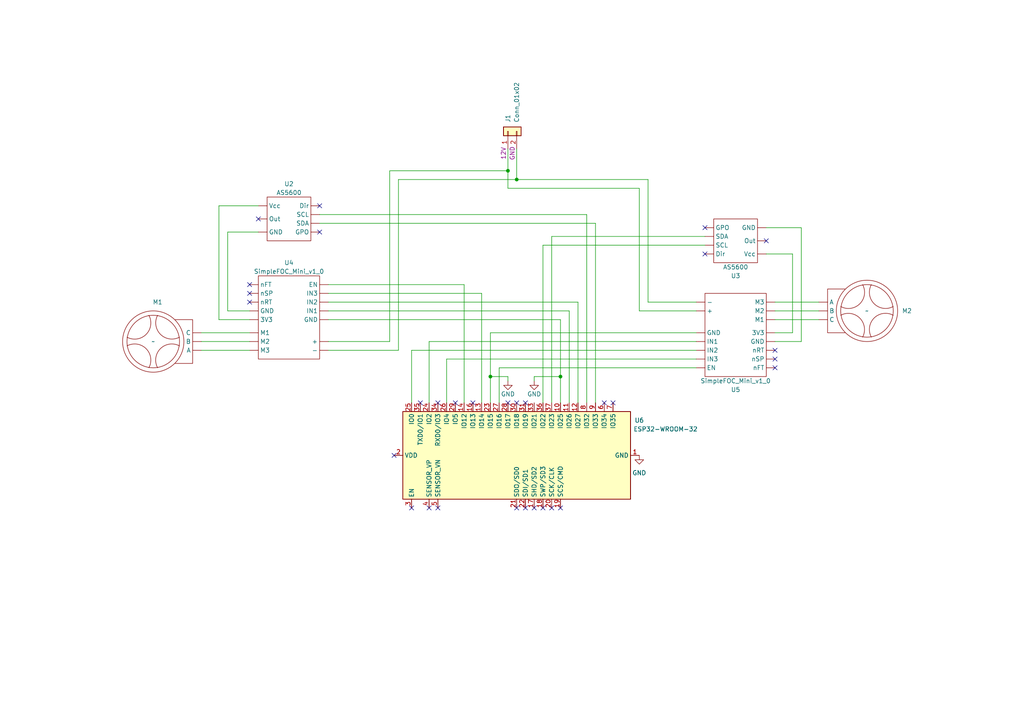
<source format=kicad_sch>
(kicad_sch (version 20230121) (generator eeschema)
  (paper "A4")
  (title_block (title "2DOF drawing bot") (date "2024-10-22") (rev "1.0") (company "ATARI Lab, TU München") (comment 1 "Author: Leon Schaller"))
  (lib_symbols
    (symbol "Connector_Generic:Conn_01x02" (pin_names (offset 1.016) hide)
      (property "Reference" "J" (at 0 2.54 0))
      (property "Value" "Conn_01x02" (at 0 -5.08 0))
      (symbol "Conn_01x02_1_1"
        (rectangle (start -1.27 -2.413) (end 0 -2.667) (stroke (width 0.1524)))
        (rectangle (start -1.27 0.127) (end 0 -0.127) (stroke (width 0.1524)))
        (rectangle (start -1.27 1.27) (end 1.27 -3.81) (stroke (width 0.254)) (fill (type background)))
        (pin passive line (at -5.08 0 0) (length 3.81) (name "Pin_1") (number "1"))
        (pin passive line (at -5.08 -2.54 0) (length 3.81) (name "Pin_2") (number "2"))
      )
    )
    (symbol "Driver_Motor:SimpleFOC_Mini_v1_0"
      (property "Reference" "U" (at 0 2.54 0))
      (symbol "SimpleFOC_Mini_v1_0_0_1"
        (rectangle (start -7.62 0) (end 10.16 -24.13))
      )
      (symbol "SimpleFOC_Mini_v1_0_1_1"
        (pin power_in line (at 12.7 -19.05 180) (length 2.54) (name "+") (number ""))
        (pin power_in line (at 12.7 -21.59 180) (length 2.54) (name "-") (number ""))
        (pin power_out line (at -10.16 -12.7 0) (length 2.54) (name "3V3") (number ""))
        (pin input line (at 12.7 -2.54 180) (length 2.54) (name "EN") (number ""))
        (pin power_out line (at -10.16 -10.16 0) (length 2.54) (name "GND") (number ""))
        (pin power_in line (at 12.7 -12.7 180) (length 2.54) (name "GND") (number ""))
        (pin input line (at 12.7 -10.16 180) (length 2.54) (name "IN1") (number ""))
        (pin input line (at 12.7 -7.62 180) (length 2.54) (name "IN2") (number ""))
        (pin input line (at 12.7 -5.08 180) (length 2.54) (name "IN3") (number ""))
        (pin output line (at -10.16 -16.51 0) (length 2.54) (name "M1") (number ""))
        (pin output line (at -10.16 -19.05 0) (length 2.54) (name "M2") (number ""))
        (pin output line (at -10.16 -21.59 0) (length 2.54) (name "M3") (number ""))
        (pin output line (at -10.16 -2.54 0) (length 2.54) (name "nFT") (number ""))
        (pin input line (at -10.16 -7.62 0) (length 2.54) (name "nRT") (number ""))
        (pin input line (at -10.16 -5.08 0) (length 2.54) (name "nSP") (number ""))
      )
    )
    (symbol "Motor:BLDC_motor"
      (property "Reference" "M" (at 0 10.16 0))
      (symbol "BLDC_motor_0_1"
        (arc (start -7.62 1.27) (mid -2.0738 2.0738) (end -1.27 7.62))
        (arc (start -1.27 -7.62) (mid -2.0723 -2.0723) (end -7.62 -1.27))
        (polyline (pts (xy 6.35 -6.35) (xy 6.35 -11.43) (xy -6.35 -11.43) (xy -6.35 -6.35)))
        (circle (center 0 0) (radius 7.62))
        (circle (center 0 0) (radius 8.89))
        (arc (start 1.27 7.62) (mid 2.0734 2.0734) (end 7.62 1.27))
        (arc (start 7.62 -1.27) (mid 2.0929 -2.0929) (end 1.27 -7.62))
      )
      (symbol "BLDC_motor_1_1"
        (pin passive line (at -2.54 -13.97 90) (length 2.54) (name "A") (number ""))
        (pin passive line (at 0 -13.97 90) (length 2.54) (name "B") (number ""))
        (pin passive line (at 2.54 -13.97 90) (length 2.54) (name "C") (number ""))
      )
    )
    (symbol "RF_Module:ESP32-WROOM-32"
      (property "Reference" "U" (at -12.7 34.29 0))
      (property "Value" "ESP32-WROOM-32" (at 1.27 34.29 0))
      (symbol "ESP32-WROOM-32_0_1"
        (rectangle (start -12.7 33.02) (end 12.7 -33.02) (stroke (width 0.254)) (fill (type background)))
      )
      (symbol "ESP32-WROOM-32_1_1"
        (pin power_in line (at 0 -35.56 90) (length 2.54) (name "GND") (number "1"))
        (pin bidirectional line (at 15.24 -12.7 180) (length 2.54) (name "IO25") (number "10"))
        (pin bidirectional line (at 15.24 -15.24 180) (length 2.54) (name "IO26") (number "11"))
        (pin bidirectional line (at 15.24 -17.78 180) (length 2.54) (name "IO27") (number "12"))
        (pin bidirectional line (at 15.24 10.16 180) (length 2.54) (name "IO14") (number "13"))
        (pin bidirectional line (at 15.24 15.24 180) (length 2.54) (name "IO12") (number "14"))
        (pin passive line (at 0 -35.56 90) (length 2.54) hide (name "GND") (number "15"))
        (pin bidirectional line (at 15.24 12.7 180) (length 2.54) (name "IO13") (number "16"))
        (pin bidirectional line (at -15.24 -5.08 0) (length 2.54) (name "SHD/SD2") (number "17"))
        (pin bidirectional line (at -15.24 -7.62 0) (length 2.54) (name "SWP/SD3") (number "18"))
        (pin bidirectional line (at -15.24 -12.7 0) (length 2.54) (name "SCS/CMD") (number "19"))
        (pin power_in line (at 0 35.56 270) (length 2.54) (name "VDD") (number "2"))
        (pin bidirectional line (at -15.24 -10.16 0) (length 2.54) (name "SCK/CLK") (number "20"))
        (pin bidirectional line (at -15.24 0 0) (length 2.54) (name "SDO/SD0") (number "21"))
        (pin bidirectional line (at -15.24 -2.54 0) (length 2.54) (name "SDI/SD1") (number "22"))
        (pin bidirectional line (at 15.24 7.62 180) (length 2.54) (name "IO15") (number "23"))
        (pin bidirectional line (at 15.24 25.4 180) (length 2.54) (name "IO2") (number "24"))
        (pin bidirectional line (at 15.24 30.48 180) (length 2.54) (name "IO0") (number "25"))
        (pin bidirectional line (at 15.24 20.32 180) (length 2.54) (name "IO4") (number "26"))
        (pin bidirectional line (at 15.24 5.08 180) (length 2.54) (name "IO16") (number "27"))
        (pin bidirectional line (at 15.24 2.54 180) (length 2.54) (name "IO17") (number "28"))
        (pin bidirectional line (at 15.24 17.78 180) (length 2.54) (name "IO5") (number "29"))
        (pin input line (at -15.24 30.48 0) (length 2.54) (name "EN") (number "3"))
        (pin bidirectional line (at 15.24 0 180) (length 2.54) (name "IO18") (number "30"))
        (pin bidirectional line (at 15.24 -2.54 180) (length 2.54) (name "IO19") (number "31"))
        (pin no_connect line (at -12.7 -27.94 0) (length 2.54) hide (name "NC") (number "32"))
        (pin bidirectional line (at 15.24 -5.08 180) (length 2.54) (name "IO21") (number "33"))
        (pin bidirectional line (at 15.24 22.86 180) (length 2.54) (name "RXD0/IO3") (number "34"))
        (pin bidirectional line (at 15.24 27.94 180) (length 2.54) (name "TXD0/IO1") (number "35"))
        (pin bidirectional line (at 15.24 -7.62 180) (length 2.54) (name "IO22") (number "36"))
        (pin bidirectional line (at 15.24 -10.16 180) (length 2.54) (name "IO23") (number "37"))
        (pin passive line (at 0 -35.56 90) (length 2.54) hide (name "GND") (number "38"))
        (pin passive line (at 0 -35.56 90) (length 2.54) hide (name "GND") (number "39"))
        (pin input line (at -15.24 25.4 0) (length 2.54) (name "SENSOR_VP") (number "4"))
        (pin input line (at -15.24 22.86 0) (length 2.54) (name "SENSOR_VN") (number "5"))
        (pin input line (at 15.24 -25.4 180) (length 2.54) (name "IO34") (number "6"))
        (pin input line (at 15.24 -27.94 180) (length 2.54) (name "IO35") (number "7"))
        (pin bidirectional line (at 15.24 -20.32 180) (length 2.54) (name "IO32") (number "8"))
        (pin bidirectional line (at 15.24 -22.86 180) (length 2.54) (name "IO33") (number "9"))
      )
    )
    (symbol "Sensor_Magnetic:AS5600_Module"
      (property "Reference" "U" (at 0 6.35 0))
      (symbol "AS5600_Module_0_1"
        (rectangle (start -6.35 5.08) (end 6.35 -7.62))
      )
      (symbol "AS5600_Module_1_1"
        (pin passive line (at 8.89 2.54 180) (length 2.54) (name "Dir") (number ""))
        (pin power_in line (at -8.89 -5.08 0) (length 2.54) (name "GND") (number ""))
        (pin passive line (at 8.89 -5.08 180) (length 2.54) (name "GPO") (number ""))
        (pin passive line (at -8.89 -1.27 0) (length 2.54) (name "Out") (number ""))
        (pin passive line (at 8.89 0 180) (length 2.54) (name "SCL") (number ""))
        (pin passive line (at 8.89 -2.54 180) (length 2.54) (name "SDA") (number ""))
        (pin power_in line (at -8.89 2.54 0) (length 2.54) (name "Vcc") (number ""))
      )
    )
    (symbol "power:GND" (power) (pin_names (offset 0))
      (property "Value" "GND" (at 0 -3.81 0))
      (symbol "GND_0_1"
        (polyline (pts (xy 0 0) (xy 0 -1.27) (xy 1.27 -1.27) (xy 0 -2.54) (xy -1.27 -1.27) (xy 0 -1.27)))
      )
      (symbol "GND_1_1"
        (pin power_in line (at 0 0 270) (length 0) hide (name "GND") (number "1"))
      )
    )
  )
  (junction (at 147.32 49.53))
  (junction (at 142.24 109.22))
  (junction (at 162.56 109.22))
  (junction (at 149.86 52.07))
  (no_connect (at 152.4 147.32))
  (no_connect (at 147.32 116.84))
  (no_connect (at 162.56 147.32))
  (no_connect (at 132.08 116.84))
  (no_connect (at 224.79 104.14))
  (no_connect (at 177.8 116.84))
  (no_connect (at 149.86 147.32))
  (no_connect (at 74.93 63.5))
  (no_connect (at 72.39 85.09))
  (no_connect (at 204.47 73.66))
  (no_connect (at 127 116.84))
  (no_connect (at 224.79 101.6))
  (no_connect (at 149.86 116.84))
  (no_connect (at 204.47 66.04))
  (no_connect (at 92.71 67.31))
  (no_connect (at 175.26 116.84))
  (no_connect (at 224.79 106.68))
  (no_connect (at 121.92 116.84))
  (no_connect (at 114.3 132.08))
  (no_connect (at 160.02 147.32))
  (no_connect (at 72.39 82.55))
  (no_connect (at 124.46 147.32))
  (no_connect (at 222.25 69.85))
  (no_connect (at 72.39 87.63))
  (no_connect (at 152.4 116.84))
  (no_connect (at 154.94 147.32))
  (no_connect (at 127 147.32))
  (no_connect (at 137.16 116.84))
  (no_connect (at 157.48 147.32))
  (no_connect (at 92.71 59.69))
  (no_connect (at 119.38 147.32))
  (wire (pts (xy 172.72 64.77) (xy 172.72 116.84)))
  (wire (pts (xy 142.24 96.52) (xy 201.93 96.52)))
  (wire (pts (xy 58.42 99.06) (xy 72.39 99.06)))
  (wire (pts (xy 201.93 87.63) (xy 187.96 87.63)))
  (wire (pts (xy 134.62 82.55) (xy 95.25 82.55)))
  (wire (pts (xy 232.41 99.06) (xy 224.79 99.06)))
  (wire (pts (xy 204.47 68.58) (xy 160.02 68.58)))
  (wire (pts (xy 204.47 71.12) (xy 157.48 71.12)))
  (wire (pts (xy 187.96 52.07) (xy 149.86 52.07)))
  (wire (pts (xy 222.25 66.04) (xy 232.41 66.04)))
  (wire (pts (xy 162.56 109.22) (xy 162.56 116.84)))
  (wire (pts (xy 224.79 92.71) (xy 237.49 92.71)))
  (wire (pts (xy 134.62 116.84) (xy 134.62 82.55)))
  (wire (pts (xy 58.42 96.52) (xy 72.39 96.52)))
  (wire (pts (xy 229.87 73.66) (xy 222.25 73.66)))
  (wire (pts (xy 167.64 87.63) (xy 95.25 87.63)))
  (wire (pts (xy 139.7 85.09) (xy 95.25 85.09)))
  (wire (pts (xy 160.02 68.58) (xy 160.02 116.84)))
  (wire (pts (xy 142.24 109.22) (xy 142.24 116.84)))
  (wire (pts (xy 144.78 106.68) (xy 201.93 106.68)))
  (wire (pts (xy 139.7 116.84) (xy 139.7 85.09)))
  (wire (pts (xy 115.57 101.6) (xy 115.57 52.07)))
  (wire (pts (xy 144.78 116.84) (xy 144.78 106.68)))
  (wire (pts (xy 157.48 71.12) (xy 157.48 116.84)))
  (wire (pts (xy 115.57 52.07) (xy 149.86 52.07)))
  (wire (pts (xy 63.5 59.69) (xy 63.5 92.71)))
  (wire (pts (xy 165.1 90.17) (xy 95.25 90.17)))
  (wire (pts (xy 119.38 101.6) (xy 201.93 101.6)))
  (wire (pts (xy 154.94 109.22) (xy 162.56 109.22)))
  (wire (pts (xy 92.71 62.23) (xy 170.18 62.23)))
  (wire (pts (xy 185.42 90.17) (xy 185.42 54.61)))
  (wire (pts (xy 74.93 59.69) (xy 63.5 59.69)))
  (wire (pts (xy 142.24 96.52) (xy 142.24 109.22)))
  (wire (pts (xy 58.42 101.6) (xy 72.39 101.6)))
  (wire (pts (xy 95.25 101.6) (xy 115.57 101.6)))
  (wire (pts (xy 149.86 52.07) (xy 149.86 43.18)))
  (wire (pts (xy 113.03 49.53) (xy 147.32 49.53)))
  (wire (pts (xy 147.32 110.49) (xy 147.32 109.22)))
  (wire (pts (xy 232.41 66.04) (xy 232.41 99.06)))
  (wire (pts (xy 162.56 92.71) (xy 162.56 109.22)))
  (wire (pts (xy 201.93 90.17) (xy 185.42 90.17)))
  (wire (pts (xy 119.38 116.84) (xy 119.38 101.6)))
  (wire (pts (xy 95.25 99.06) (xy 113.03 99.06)))
  (wire (pts (xy 185.42 54.61) (xy 147.32 54.61)))
  (wire (pts (xy 165.1 116.84) (xy 165.1 90.17)))
  (wire (pts (xy 63.5 92.71) (xy 72.39 92.71)))
  (wire (pts (xy 229.87 96.52) (xy 229.87 73.66)))
  (wire (pts (xy 154.94 110.49) (xy 154.94 109.22)))
  (wire (pts (xy 187.96 87.63) (xy 187.96 52.07)))
  (wire (pts (xy 147.32 109.22) (xy 142.24 109.22)))
  (wire (pts (xy 170.18 62.23) (xy 170.18 116.84)))
  (wire (pts (xy 224.79 90.17) (xy 237.49 90.17)))
  (wire (pts (xy 66.04 67.31) (xy 66.04 90.17)))
  (wire (pts (xy 124.46 99.06) (xy 201.93 99.06)))
  (wire (pts (xy 129.54 104.14) (xy 201.93 104.14)))
  (wire (pts (xy 147.32 54.61) (xy 147.32 49.53)))
  (wire (pts (xy 147.32 49.53) (xy 147.32 43.18)))
  (wire (pts (xy 113.03 99.06) (xy 113.03 49.53)))
  (wire (pts (xy 124.46 116.84) (xy 124.46 99.06)))
  (wire (pts (xy 92.71 64.77) (xy 172.72 64.77)))
  (wire (pts (xy 167.64 116.84) (xy 167.64 87.63)))
  (wire (pts (xy 74.93 67.31) (xy 66.04 67.31)))
  (wire (pts (xy 95.25 92.71) (xy 162.56 92.71)))
  (wire (pts (xy 224.79 87.63) (xy 237.49 87.63)))
  (wire (pts (xy 129.54 116.84) (xy 129.54 104.14)))
  (wire (pts (xy 66.04 90.17) (xy 72.39 90.17)))
  (wire (pts (xy 224.79 96.52) (xy 229.87 96.52)))
  (symbol (lib_id "power:GND") (at 147.32 110.49 0) (unit 1)
    (property "Reference" "#PWR04" (effects hide))
    (property "Value" "GND" (at 147.32 114.3 0))
  )
  (symbol (lib_id "power:GND") (at 185.42 132.08 0) (unit 1)
    (property "Reference" "#PWR02" (effects hide))
    (property "Value" "GND" (at 185.42 137.16 0))
  )
  (symbol (lib_id "Sensor_Magnetic:AS5600_Module") (at 213.36 71.12 180) (unit 1)
    (property "Reference" "U3" (at 213.36 80.01 0))
    (property "Value" "AS5600" (at 213.36 77.47 0))
  )
  (symbol (lib_id "power:GND") (at 154.94 110.49 0) (unit 1)
    (property "Reference" "#PWR05" (effects hide))
    (property "Value" "GND" (at 154.94 114.3 0))
  )
  (symbol (lib_id "Sensor_Magnetic:AS5600_Module") (at 83.82 62.23 0) (unit 1)
    (property "Reference" "U2" (at 83.82 53.34 0))
    (property "Value" "AS5600" (at 83.82 55.88 0))
  )
  (symbol (lib_id "RF_Module:ESP32-WROOM-32") (at 149.86 132.08 90) (unit 1)
    (property "Reference" "U6" (at 185.42 121.92 90))
    (property "Value" "ESP32-WROOM-32" (at 193.04 124.46 90))
    (property "Footprint" "RF_Module:ESP32-WROOM-32" (effects hide))
    (property "Datasheet" "https://www.espressif.com/sites/default/files/documentation/esp32-wroom-32_datasheet_en.pdf" (effects hide))
  )
  (symbol (lib_id "Motor:BLDC_motor") (at 251.46 90.17 270) (unit 1)
    (property "Reference" "M2" (at 261.62 90.17 90) (effects (justify left)))
    (property "Value" "~" (at 251.46 90.17 90))
  )
  (symbol (lib_id "Motor:BLDC_motor") (at 44.45 99.06 90) (unit 1)
    (property "Reference" "M1" (at 45.72 87.63 90))
    (property "Value" "~" (at 44.45 99.06 90))
  )
  (symbol (lib_id "Driver_Motor:SimpleFOC_Mini_v1_0") (at 82.55 80.01 0) (unit 1)
    (property "Reference" "U4" (at 83.82 76.2 0))
    (property "Value" "SimpleFOC_Mini_v1_0" (at 83.82 78.74 0))
  )
  (symbol (lib_id "Connector_Generic:Conn_01x02") (at 147.32 38.1 90) (unit 1)
    (property "Reference" "J1" (at 147.32 35.56 0) (effects (justify left)))
    (property "Value" "Conn_01x02" (at 149.86 35.56 0) (effects (justify left)))
    (property "Field4" "GND" (at 148.59 44.45 0))
    (property "Field5" "12V" (at 146.05 44.45 0))
  )
  (symbol (lib_id "Driver_Motor:SimpleFOC_Mini_v1_0") (at 214.63 109.22 180) (unit 1)
    (property "Reference" "U5" (at 213.36 113.03 0))
    (property "Value" "SimpleFOC_Mini_v1_0" (at 213.36 110.49 0))
  )
)
</source>
